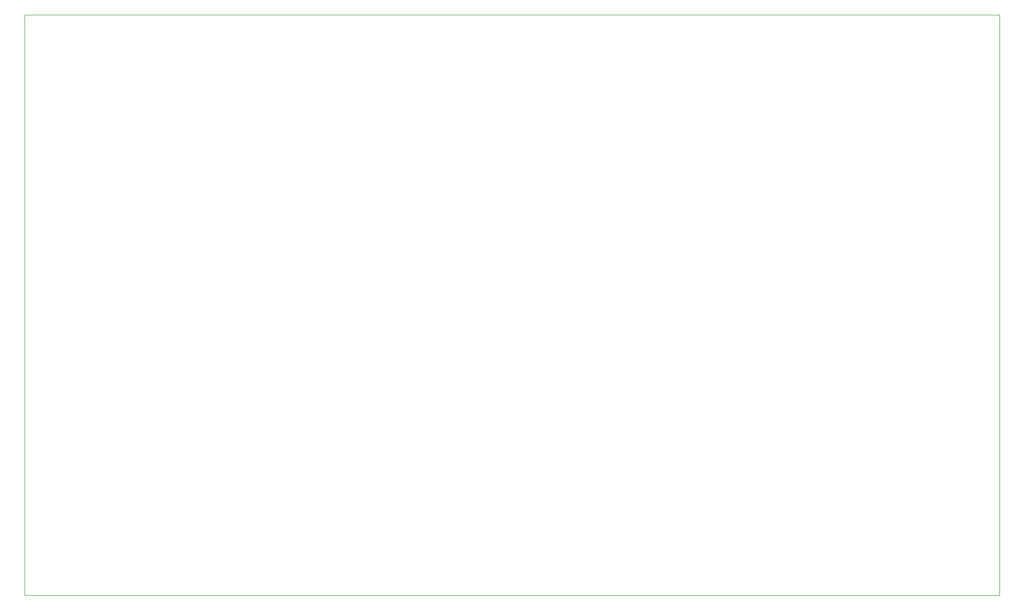
<source format=gbr>
%TF.GenerationSoftware,KiCad,Pcbnew,7.0.5*%
%TF.CreationDate,2023-08-06T16:06:22-05:00*%
%TF.ProjectId,NanoSwap,4e616e6f-5377-4617-902e-6b696361645f,rev?*%
%TF.SameCoordinates,Original*%
%TF.FileFunction,Profile,NP*%
%FSLAX46Y46*%
G04 Gerber Fmt 4.6, Leading zero omitted, Abs format (unit mm)*
G04 Created by KiCad (PCBNEW 7.0.5) date 2023-08-06 16:06:22*
%MOMM*%
%LPD*%
G01*
G04 APERTURE LIST*
%TA.AperFunction,Profile*%
%ADD10C,0.100000*%
%TD*%
G04 APERTURE END LIST*
D10*
X45212000Y-36068000D02*
X223520000Y-36068000D01*
X223520000Y-142240000D01*
X45212000Y-142240000D01*
X45212000Y-36068000D01*
M02*

</source>
